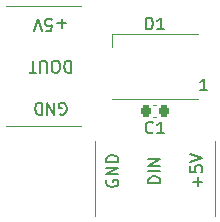
<source format=gto>
%TF.GenerationSoftware,KiCad,Pcbnew,8.0.4*%
%TF.CreationDate,2024-08-03T19:12:24-04:00*%
%TF.ProjectId,ws2812b-corner-left,77733238-3132-4622-9d63-6f726e65722d,rev?*%
%TF.SameCoordinates,Original*%
%TF.FileFunction,Legend,Top*%
%TF.FilePolarity,Positive*%
%FSLAX46Y46*%
G04 Gerber Fmt 4.6, Leading zero omitted, Abs format (unit mm)*
G04 Created by KiCad (PCBNEW 8.0.4) date 2024-08-03 19:12:24*
%MOMM*%
%LPD*%
G01*
G04 APERTURE LIST*
G04 Aperture macros list*
%AMRoundRect*
0 Rectangle with rounded corners*
0 $1 Rounding radius*
0 $2 $3 $4 $5 $6 $7 $8 $9 X,Y pos of 4 corners*
0 Add a 4 corners polygon primitive as box body*
4,1,4,$2,$3,$4,$5,$6,$7,$8,$9,$2,$3,0*
0 Add four circle primitives for the rounded corners*
1,1,$1+$1,$2,$3*
1,1,$1+$1,$4,$5*
1,1,$1+$1,$6,$7*
1,1,$1+$1,$8,$9*
0 Add four rect primitives between the rounded corners*
20,1,$1+$1,$2,$3,$4,$5,0*
20,1,$1+$1,$4,$5,$6,$7,0*
20,1,$1+$1,$6,$7,$8,$9,0*
20,1,$1+$1,$8,$9,$2,$3,0*%
G04 Aperture macros list end*
%ADD10C,0.150000*%
%ADD11C,0.100000*%
%ADD12C,0.120000*%
%ADD13R,4.000000X3.000000*%
%ADD14R,4.000000X2.000000*%
%ADD15RoundRect,0.225000X0.225000X0.250000X-0.225000X0.250000X-0.225000X-0.250000X0.225000X-0.250000X0*%
%ADD16R,3.000000X4.000000*%
%ADD17R,2.000000X4.000000*%
%ADD18R,1.500000X0.900000*%
G04 APERTURE END LIST*
D10*
X144357904Y-80253561D02*
X144453142Y-80301180D01*
X144453142Y-80301180D02*
X144595999Y-80301180D01*
X144595999Y-80301180D02*
X144738856Y-80253561D01*
X144738856Y-80253561D02*
X144834094Y-80158323D01*
X144834094Y-80158323D02*
X144881713Y-80063085D01*
X144881713Y-80063085D02*
X144929332Y-79872609D01*
X144929332Y-79872609D02*
X144929332Y-79729752D01*
X144929332Y-79729752D02*
X144881713Y-79539276D01*
X144881713Y-79539276D02*
X144834094Y-79444038D01*
X144834094Y-79444038D02*
X144738856Y-79348800D01*
X144738856Y-79348800D02*
X144595999Y-79301180D01*
X144595999Y-79301180D02*
X144500761Y-79301180D01*
X144500761Y-79301180D02*
X144357904Y-79348800D01*
X144357904Y-79348800D02*
X144310285Y-79396419D01*
X144310285Y-79396419D02*
X144310285Y-79729752D01*
X144310285Y-79729752D02*
X144500761Y-79729752D01*
X143881713Y-79301180D02*
X143881713Y-80301180D01*
X143881713Y-80301180D02*
X143310285Y-79301180D01*
X143310285Y-79301180D02*
X143310285Y-80301180D01*
X142834094Y-79301180D02*
X142834094Y-80301180D01*
X142834094Y-80301180D02*
X142595999Y-80301180D01*
X142595999Y-80301180D02*
X142453142Y-80253561D01*
X142453142Y-80253561D02*
X142357904Y-80158323D01*
X142357904Y-80158323D02*
X142310285Y-80063085D01*
X142310285Y-80063085D02*
X142262666Y-79872609D01*
X142262666Y-79872609D02*
X142262666Y-79729752D01*
X142262666Y-79729752D02*
X142310285Y-79539276D01*
X142310285Y-79539276D02*
X142357904Y-79444038D01*
X142357904Y-79444038D02*
X142453142Y-79348800D01*
X142453142Y-79348800D02*
X142595999Y-79301180D01*
X142595999Y-79301180D02*
X142834094Y-79301180D01*
X144881713Y-72570133D02*
X144119809Y-72570133D01*
X144500761Y-72189180D02*
X144500761Y-72951085D01*
X143167428Y-73189180D02*
X143643618Y-73189180D01*
X143643618Y-73189180D02*
X143691237Y-72712990D01*
X143691237Y-72712990D02*
X143643618Y-72760609D01*
X143643618Y-72760609D02*
X143548380Y-72808228D01*
X143548380Y-72808228D02*
X143310285Y-72808228D01*
X143310285Y-72808228D02*
X143215047Y-72760609D01*
X143215047Y-72760609D02*
X143167428Y-72712990D01*
X143167428Y-72712990D02*
X143119809Y-72617752D01*
X143119809Y-72617752D02*
X143119809Y-72379657D01*
X143119809Y-72379657D02*
X143167428Y-72284419D01*
X143167428Y-72284419D02*
X143215047Y-72236800D01*
X143215047Y-72236800D02*
X143310285Y-72189180D01*
X143310285Y-72189180D02*
X143548380Y-72189180D01*
X143548380Y-72189180D02*
X143643618Y-72236800D01*
X143643618Y-72236800D02*
X143691237Y-72284419D01*
X142834094Y-73189180D02*
X142500761Y-72189180D01*
X142500761Y-72189180D02*
X142167428Y-73189180D01*
X145286475Y-75745180D02*
X145286475Y-76745180D01*
X145286475Y-76745180D02*
X145048380Y-76745180D01*
X145048380Y-76745180D02*
X144905523Y-76697561D01*
X144905523Y-76697561D02*
X144810285Y-76602323D01*
X144810285Y-76602323D02*
X144762666Y-76507085D01*
X144762666Y-76507085D02*
X144715047Y-76316609D01*
X144715047Y-76316609D02*
X144715047Y-76173752D01*
X144715047Y-76173752D02*
X144762666Y-75983276D01*
X144762666Y-75983276D02*
X144810285Y-75888038D01*
X144810285Y-75888038D02*
X144905523Y-75792800D01*
X144905523Y-75792800D02*
X145048380Y-75745180D01*
X145048380Y-75745180D02*
X145286475Y-75745180D01*
X144095999Y-76745180D02*
X143905523Y-76745180D01*
X143905523Y-76745180D02*
X143810285Y-76697561D01*
X143810285Y-76697561D02*
X143715047Y-76602323D01*
X143715047Y-76602323D02*
X143667428Y-76411847D01*
X143667428Y-76411847D02*
X143667428Y-76078514D01*
X143667428Y-76078514D02*
X143715047Y-75888038D01*
X143715047Y-75888038D02*
X143810285Y-75792800D01*
X143810285Y-75792800D02*
X143905523Y-75745180D01*
X143905523Y-75745180D02*
X144095999Y-75745180D01*
X144095999Y-75745180D02*
X144191237Y-75792800D01*
X144191237Y-75792800D02*
X144286475Y-75888038D01*
X144286475Y-75888038D02*
X144334094Y-76078514D01*
X144334094Y-76078514D02*
X144334094Y-76411847D01*
X144334094Y-76411847D02*
X144286475Y-76602323D01*
X144286475Y-76602323D02*
X144191237Y-76697561D01*
X144191237Y-76697561D02*
X144095999Y-76745180D01*
X143238856Y-76745180D02*
X143238856Y-75935657D01*
X143238856Y-75935657D02*
X143191237Y-75840419D01*
X143191237Y-75840419D02*
X143143618Y-75792800D01*
X143143618Y-75792800D02*
X143048380Y-75745180D01*
X143048380Y-75745180D02*
X142857904Y-75745180D01*
X142857904Y-75745180D02*
X142762666Y-75792800D01*
X142762666Y-75792800D02*
X142715047Y-75840419D01*
X142715047Y-75840419D02*
X142667428Y-75935657D01*
X142667428Y-75935657D02*
X142667428Y-76745180D01*
X142334094Y-76745180D02*
X141762666Y-76745180D01*
X142048380Y-75745180D02*
X142048380Y-76745180D01*
X152233333Y-81799580D02*
X152185714Y-81847200D01*
X152185714Y-81847200D02*
X152042857Y-81894819D01*
X152042857Y-81894819D02*
X151947619Y-81894819D01*
X151947619Y-81894819D02*
X151804762Y-81847200D01*
X151804762Y-81847200D02*
X151709524Y-81751961D01*
X151709524Y-81751961D02*
X151661905Y-81656723D01*
X151661905Y-81656723D02*
X151614286Y-81466247D01*
X151614286Y-81466247D02*
X151614286Y-81323390D01*
X151614286Y-81323390D02*
X151661905Y-81132914D01*
X151661905Y-81132914D02*
X151709524Y-81037676D01*
X151709524Y-81037676D02*
X151804762Y-80942438D01*
X151804762Y-80942438D02*
X151947619Y-80894819D01*
X151947619Y-80894819D02*
X152042857Y-80894819D01*
X152042857Y-80894819D02*
X152185714Y-80942438D01*
X152185714Y-80942438D02*
X152233333Y-80990057D01*
X153185714Y-81894819D02*
X152614286Y-81894819D01*
X152900000Y-81894819D02*
X152900000Y-80894819D01*
X152900000Y-80894819D02*
X152804762Y-81037676D01*
X152804762Y-81037676D02*
X152709524Y-81132914D01*
X152709524Y-81132914D02*
X152614286Y-81180533D01*
X156029866Y-86375713D02*
X156029866Y-85613809D01*
X156410819Y-85994761D02*
X155648914Y-85994761D01*
X155410819Y-84661428D02*
X155410819Y-85137618D01*
X155410819Y-85137618D02*
X155887009Y-85185237D01*
X155887009Y-85185237D02*
X155839390Y-85137618D01*
X155839390Y-85137618D02*
X155791771Y-85042380D01*
X155791771Y-85042380D02*
X155791771Y-84804285D01*
X155791771Y-84804285D02*
X155839390Y-84709047D01*
X155839390Y-84709047D02*
X155887009Y-84661428D01*
X155887009Y-84661428D02*
X155982247Y-84613809D01*
X155982247Y-84613809D02*
X156220342Y-84613809D01*
X156220342Y-84613809D02*
X156315580Y-84661428D01*
X156315580Y-84661428D02*
X156363200Y-84709047D01*
X156363200Y-84709047D02*
X156410819Y-84804285D01*
X156410819Y-84804285D02*
X156410819Y-85042380D01*
X156410819Y-85042380D02*
X156363200Y-85137618D01*
X156363200Y-85137618D02*
X156315580Y-85185237D01*
X155410819Y-84328094D02*
X156410819Y-83994761D01*
X156410819Y-83994761D02*
X155410819Y-83661428D01*
X148346438Y-85851904D02*
X148298819Y-85947142D01*
X148298819Y-85947142D02*
X148298819Y-86089999D01*
X148298819Y-86089999D02*
X148346438Y-86232856D01*
X148346438Y-86232856D02*
X148441676Y-86328094D01*
X148441676Y-86328094D02*
X148536914Y-86375713D01*
X148536914Y-86375713D02*
X148727390Y-86423332D01*
X148727390Y-86423332D02*
X148870247Y-86423332D01*
X148870247Y-86423332D02*
X149060723Y-86375713D01*
X149060723Y-86375713D02*
X149155961Y-86328094D01*
X149155961Y-86328094D02*
X149251200Y-86232856D01*
X149251200Y-86232856D02*
X149298819Y-86089999D01*
X149298819Y-86089999D02*
X149298819Y-85994761D01*
X149298819Y-85994761D02*
X149251200Y-85851904D01*
X149251200Y-85851904D02*
X149203580Y-85804285D01*
X149203580Y-85804285D02*
X148870247Y-85804285D01*
X148870247Y-85804285D02*
X148870247Y-85994761D01*
X149298819Y-85375713D02*
X148298819Y-85375713D01*
X148298819Y-85375713D02*
X149298819Y-84804285D01*
X149298819Y-84804285D02*
X148298819Y-84804285D01*
X149298819Y-84328094D02*
X148298819Y-84328094D01*
X148298819Y-84328094D02*
X148298819Y-84089999D01*
X148298819Y-84089999D02*
X148346438Y-83947142D01*
X148346438Y-83947142D02*
X148441676Y-83851904D01*
X148441676Y-83851904D02*
X148536914Y-83804285D01*
X148536914Y-83804285D02*
X148727390Y-83756666D01*
X148727390Y-83756666D02*
X148870247Y-83756666D01*
X148870247Y-83756666D02*
X149060723Y-83804285D01*
X149060723Y-83804285D02*
X149155961Y-83851904D01*
X149155961Y-83851904D02*
X149251200Y-83947142D01*
X149251200Y-83947142D02*
X149298819Y-84089999D01*
X149298819Y-84089999D02*
X149298819Y-84328094D01*
X152854819Y-86113808D02*
X151854819Y-86113808D01*
X151854819Y-86113808D02*
X151854819Y-85875713D01*
X151854819Y-85875713D02*
X151902438Y-85732856D01*
X151902438Y-85732856D02*
X151997676Y-85637618D01*
X151997676Y-85637618D02*
X152092914Y-85589999D01*
X152092914Y-85589999D02*
X152283390Y-85542380D01*
X152283390Y-85542380D02*
X152426247Y-85542380D01*
X152426247Y-85542380D02*
X152616723Y-85589999D01*
X152616723Y-85589999D02*
X152711961Y-85637618D01*
X152711961Y-85637618D02*
X152807200Y-85732856D01*
X152807200Y-85732856D02*
X152854819Y-85875713D01*
X152854819Y-85875713D02*
X152854819Y-86113808D01*
X152854819Y-85113808D02*
X151854819Y-85113808D01*
X152854819Y-84637618D02*
X151854819Y-84637618D01*
X151854819Y-84637618D02*
X152854819Y-84066190D01*
X152854819Y-84066190D02*
X151854819Y-84066190D01*
X151661905Y-73098819D02*
X151661905Y-72098819D01*
X151661905Y-72098819D02*
X151900000Y-72098819D01*
X151900000Y-72098819D02*
X152042857Y-72146438D01*
X152042857Y-72146438D02*
X152138095Y-72241676D01*
X152138095Y-72241676D02*
X152185714Y-72336914D01*
X152185714Y-72336914D02*
X152233333Y-72527390D01*
X152233333Y-72527390D02*
X152233333Y-72670247D01*
X152233333Y-72670247D02*
X152185714Y-72860723D01*
X152185714Y-72860723D02*
X152138095Y-72955961D01*
X152138095Y-72955961D02*
X152042857Y-73051200D01*
X152042857Y-73051200D02*
X151900000Y-73098819D01*
X151900000Y-73098819D02*
X151661905Y-73098819D01*
X153185714Y-73098819D02*
X152614286Y-73098819D01*
X152900000Y-73098819D02*
X152900000Y-72098819D01*
X152900000Y-72098819D02*
X152804762Y-72241676D01*
X152804762Y-72241676D02*
X152709524Y-72336914D01*
X152709524Y-72336914D02*
X152614286Y-72384533D01*
X156835714Y-78254819D02*
X156264286Y-78254819D01*
X156550000Y-78254819D02*
X156550000Y-77254819D01*
X156550000Y-77254819D02*
X156454762Y-77397676D01*
X156454762Y-77397676D02*
X156359524Y-77492914D01*
X156359524Y-77492914D02*
X156264286Y-77540533D01*
D11*
%TO.C,J2*%
X139786000Y-81280000D02*
X146136000Y-81280000D01*
X139786000Y-71120000D02*
X146136000Y-71120000D01*
D12*
%TO.C,C1*%
X152540580Y-79500000D02*
X152259420Y-79500000D01*
X152540580Y-80520000D02*
X152259420Y-80520000D01*
D11*
%TO.C,J1*%
X147320000Y-88900000D02*
X147320000Y-82550000D01*
X157480000Y-88900000D02*
X157480000Y-82550000D01*
D12*
%TO.C,D1*%
X148750000Y-73450000D02*
X148750000Y-74600000D01*
X156050000Y-73450000D02*
X148750000Y-73450000D01*
X156050000Y-78950000D02*
X148750000Y-78950000D01*
%TD*%
%LPC*%
D13*
%TO.C,J2*%
X139786000Y-79700000D03*
D14*
X139786000Y-76200000D03*
D13*
X139786000Y-72700000D03*
%TD*%
D15*
%TO.C,C1*%
X153175000Y-80010000D03*
X151625000Y-80010000D03*
%TD*%
D16*
%TO.C,J1*%
X148900000Y-88900000D03*
D17*
X152400000Y-88900000D03*
D16*
X155900000Y-88900000D03*
%TD*%
D18*
%TO.C,D1*%
X154850000Y-77850000D03*
X154850000Y-74550000D03*
X149950000Y-74550000D03*
X149950000Y-77850000D03*
%TD*%
%LPD*%
M02*

</source>
